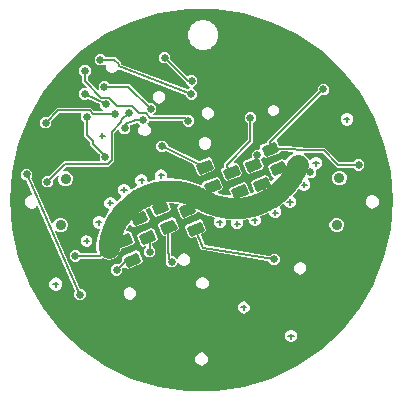
<source format=gtl>
G04 EAGLE Gerber RS-274X export*
G75*
%MOMM*%
%FSLAX34Y34*%
%LPD*%
%INTop Copper*%
%IPPOS*%
%AMOC8*
5,1,8,0,0,1.08239X$1,22.5*%
G01*
G04 Define Apertures*
%ADD10C,0.152400*%
%ADD11C,0.222250*%
%ADD12C,0.654800*%
%ADD13C,1.750000*%
%ADD14C,0.904800*%
G36*
X10684Y-161826D02*
X34556Y-158227D01*
X34667Y-158202D01*
X57736Y-151086D01*
X57842Y-151045D01*
X79592Y-140570D01*
X79691Y-140513D01*
X99638Y-126914D01*
X99727Y-126843D01*
X117424Y-110423D01*
X117501Y-110339D01*
X132553Y-91465D01*
X132617Y-91371D01*
X144688Y-70464D01*
X144737Y-70361D01*
X153557Y-47888D01*
X153591Y-47780D01*
X158963Y-24243D01*
X158980Y-24131D01*
X160784Y-57D01*
X160784Y57D01*
X158980Y24131D01*
X158963Y24243D01*
X153591Y47780D01*
X153557Y47888D01*
X144737Y70361D01*
X144688Y70464D01*
X132617Y91371D01*
X132553Y91465D01*
X117501Y110339D01*
X117424Y110423D01*
X99727Y126843D01*
X99638Y126914D01*
X79691Y140513D01*
X79592Y140570D01*
X57842Y151045D01*
X57736Y151086D01*
X34667Y158202D01*
X34556Y158227D01*
X10684Y161826D01*
X10571Y161834D01*
X-13571Y161834D01*
X-13684Y161826D01*
X-37556Y158227D01*
X-37667Y158202D01*
X-60736Y151086D01*
X-60842Y151045D01*
X-82592Y140570D01*
X-82691Y140513D01*
X-102638Y126914D01*
X-102727Y126843D01*
X-120424Y110423D01*
X-120501Y110339D01*
X-135553Y91465D01*
X-135617Y91371D01*
X-147688Y70464D01*
X-147737Y70361D01*
X-156557Y47888D01*
X-156591Y47780D01*
X-161963Y24243D01*
X-161980Y24131D01*
X-163784Y57D01*
X-163784Y-57D01*
X-161980Y-24131D01*
X-161963Y-24243D01*
X-156591Y-47780D01*
X-156557Y-47888D01*
X-147737Y-70361D01*
X-147688Y-70464D01*
X-135617Y-91371D01*
X-135553Y-91465D01*
X-120501Y-110339D01*
X-120424Y-110423D01*
X-102727Y-126843D01*
X-102638Y-126914D01*
X-82691Y-140513D01*
X-82592Y-140570D01*
X-60842Y-151045D01*
X-60736Y-151086D01*
X-37667Y-158202D01*
X-37556Y-158227D01*
X-13684Y-161826D01*
X-13571Y-161834D01*
X10571Y-161834D01*
X10684Y-161826D01*
G37*
%LPC*%
G36*
X-1329Y127441D02*
X-1499Y127460D01*
X-2494Y127460D01*
X-3762Y127985D01*
X-3884Y128024D01*
X-5581Y128411D01*
X-6350Y129025D01*
X-6534Y129133D01*
X-7103Y129369D01*
X-8339Y130605D01*
X-8403Y130662D01*
X-10056Y131980D01*
X-10318Y132523D01*
X-10465Y132731D01*
X-10631Y132897D01*
X-11443Y134856D01*
X-11460Y134896D01*
X-12540Y137138D01*
X-12540Y142862D01*
X-11460Y145105D01*
X-11443Y145144D01*
X-10631Y147103D01*
X-10465Y147269D01*
X-10318Y147477D01*
X-10056Y148020D01*
X-8403Y149338D01*
X-8339Y149395D01*
X-7103Y150631D01*
X-6534Y150867D01*
X-6350Y150975D01*
X-5581Y151589D01*
X-3884Y151976D01*
X-3762Y152015D01*
X-2494Y152540D01*
X-1499Y152540D01*
X-1329Y152559D01*
X0Y152863D01*
X1329Y152559D01*
X1499Y152540D01*
X2494Y152540D01*
X3762Y152015D01*
X3884Y151976D01*
X5581Y151589D01*
X6350Y150975D01*
X6534Y150867D01*
X7103Y150631D01*
X8339Y149395D01*
X8403Y149338D01*
X10056Y148020D01*
X10318Y147477D01*
X10465Y147269D01*
X10631Y147103D01*
X11443Y145144D01*
X11460Y145105D01*
X12540Y142862D01*
X12540Y137138D01*
X11460Y134896D01*
X11443Y134856D01*
X10631Y132897D01*
X10465Y132731D01*
X10318Y132523D01*
X10056Y131980D01*
X8403Y130662D01*
X8339Y130605D01*
X7103Y129369D01*
X6534Y129133D01*
X6350Y129025D01*
X5581Y128411D01*
X3884Y128024D01*
X3762Y127985D01*
X2494Y127460D01*
X1499Y127460D01*
X1329Y127441D01*
X0Y127138D01*
X-1329Y127441D01*
G37*
G36*
X-11987Y85202D02*
X-14798Y88013D01*
X-14798Y88850D01*
X-14858Y89147D01*
X-15030Y89397D01*
X-15290Y89562D01*
X-71749Y110987D01*
X-72048Y111036D01*
X-72343Y110964D01*
X-72636Y110722D01*
X-74235Y108521D01*
X-77419Y107486D01*
X-80603Y108521D01*
X-82571Y111229D01*
X-82571Y114783D01*
X-82631Y115080D01*
X-82803Y115330D01*
X-83058Y115494D01*
X-83357Y115545D01*
X-83652Y115475D01*
X-83872Y115322D01*
X-84839Y114355D01*
X-88813Y114355D01*
X-91624Y117165D01*
X-91624Y121140D01*
X-88813Y123951D01*
X-84839Y123951D01*
X-82214Y121327D01*
X-81962Y121159D01*
X-81676Y121103D01*
X-74022Y121103D01*
X-69219Y116300D01*
X-69219Y115443D01*
X-69159Y115145D01*
X-68987Y114895D01*
X-68727Y114730D01*
X-13607Y93814D01*
X-13308Y93765D01*
X-13013Y93836D01*
X-12798Y93987D01*
X-11967Y94818D01*
X-11770Y94858D01*
X-11520Y95030D01*
X-11356Y95285D01*
X-11305Y95584D01*
X-11375Y95879D01*
X-11528Y96099D01*
X-14562Y99133D01*
X-14562Y99317D01*
X-14622Y99614D01*
X-14785Y99856D01*
X-30583Y115654D01*
X-30836Y115821D01*
X-31122Y115877D01*
X-34359Y115877D01*
X-37170Y118688D01*
X-37170Y122662D01*
X-34359Y125473D01*
X-30384Y125473D01*
X-27574Y122662D01*
X-27574Y119426D01*
X-27513Y119128D01*
X-27350Y118887D01*
X-13605Y105142D01*
X-13352Y104974D01*
X-13054Y104919D01*
X-12758Y104984D01*
X-12528Y105142D01*
X-11751Y105918D01*
X-7776Y105918D01*
X-4966Y103107D01*
X-4966Y99133D01*
X-7797Y96302D01*
X-7994Y96262D01*
X-8244Y96090D01*
X-8408Y95835D01*
X-8459Y95536D01*
X-8389Y95241D01*
X-8236Y95021D01*
X-5202Y91987D01*
X-5202Y88013D01*
X-8013Y85202D01*
X-11987Y85202D01*
G37*
G36*
X-133785Y10975D02*
X-136596Y13785D01*
X-136596Y17760D01*
X-133785Y20571D01*
X-130549Y20571D01*
X-130251Y20631D01*
X-130010Y20794D01*
X-117795Y33009D01*
X-88203Y33009D01*
X-87905Y33069D01*
X-87655Y33240D01*
X-87492Y33496D01*
X-87441Y33795D01*
X-87511Y34090D01*
X-87650Y34289D01*
X-87650Y38321D01*
X-87582Y38423D01*
X-87526Y38721D01*
X-87591Y39018D01*
X-87749Y39248D01*
X-95300Y46799D01*
X-95300Y48737D01*
X-95361Y49035D01*
X-95524Y49276D01*
X-100666Y54419D01*
X-100666Y65711D01*
X-100726Y66008D01*
X-100889Y66250D01*
X-103178Y68539D01*
X-103178Y72521D01*
X-103025Y72752D01*
X-102969Y73050D01*
X-103034Y73346D01*
X-103209Y73594D01*
X-103468Y73753D01*
X-103731Y73800D01*
X-121472Y73800D01*
X-121770Y73740D01*
X-122011Y73577D01*
X-128101Y67487D01*
X-128269Y67234D01*
X-128325Y66948D01*
X-128325Y63711D01*
X-131135Y60901D01*
X-135110Y60901D01*
X-137921Y63711D01*
X-137921Y67686D01*
X-135110Y70497D01*
X-131873Y70497D01*
X-131576Y70557D01*
X-131334Y70720D01*
X-123682Y78372D01*
X-95130Y78372D01*
X-92475Y75717D01*
X-92222Y75549D01*
X-91936Y75494D01*
X-85244Y75494D01*
X-84947Y75554D01*
X-84697Y75725D01*
X-84533Y75981D01*
X-84482Y76280D01*
X-84552Y76575D01*
X-84705Y76794D01*
X-87140Y79230D01*
X-87140Y80535D01*
X-87201Y80832D01*
X-87372Y81083D01*
X-87569Y81220D01*
X-97005Y85817D01*
X-97299Y85893D01*
X-97599Y85849D01*
X-97878Y85671D01*
X-98359Y85190D01*
X-102334Y85190D01*
X-105144Y88001D01*
X-105144Y91975D01*
X-102334Y94786D01*
X-99136Y94786D01*
X-98839Y94846D01*
X-98588Y95018D01*
X-98425Y95273D01*
X-98374Y95572D01*
X-98444Y95867D01*
X-98597Y96087D01*
X-102361Y99851D01*
X-102361Y105055D01*
X-102421Y105352D01*
X-102584Y105593D01*
X-104873Y107882D01*
X-104873Y111857D01*
X-102063Y114668D01*
X-98088Y114668D01*
X-95277Y111857D01*
X-95277Y107882D01*
X-97566Y105593D01*
X-97733Y105341D01*
X-97789Y105055D01*
X-97789Y102060D01*
X-97729Y101763D01*
X-97566Y101522D01*
X-89722Y93677D01*
X-89469Y93510D01*
X-89171Y93454D01*
X-88874Y93519D01*
X-88627Y93695D01*
X-88468Y93953D01*
X-88421Y94216D01*
X-88421Y98330D01*
X-85610Y101141D01*
X-81635Y101141D01*
X-79347Y98852D01*
X-79094Y98685D01*
X-78808Y98629D01*
X-62289Y98629D01*
X-46138Y82478D01*
X-45885Y82311D01*
X-45599Y82255D01*
X-42362Y82255D01*
X-39551Y79444D01*
X-39551Y75469D01*
X-41775Y73246D01*
X-41943Y72993D01*
X-41998Y72695D01*
X-41933Y72399D01*
X-41758Y72151D01*
X-41500Y71992D01*
X-41236Y71945D01*
X-13994Y71945D01*
X-13954Y71918D01*
X-13668Y71863D01*
X-10431Y71863D01*
X-7620Y69052D01*
X-7620Y65077D01*
X-10431Y62267D01*
X-14406Y62267D01*
X-17216Y65077D01*
X-17216Y66611D01*
X-17277Y66908D01*
X-17448Y67158D01*
X-17703Y67322D01*
X-17978Y67373D01*
X-45384Y67373D01*
X-45681Y67313D01*
X-45932Y67141D01*
X-46095Y66886D01*
X-46146Y66611D01*
X-46146Y66190D01*
X-46873Y65464D01*
X-47040Y65211D01*
X-47096Y64913D01*
X-47031Y64616D01*
X-46855Y64369D01*
X-46569Y64200D01*
X-46376Y64137D01*
X-44417Y61440D01*
X-44417Y58107D01*
X-46376Y55410D01*
X-49546Y54380D01*
X-52717Y55410D01*
X-54676Y58107D01*
X-54676Y61441D01*
X-53509Y63047D01*
X-53383Y63323D01*
X-53374Y63627D01*
X-53485Y63909D01*
X-53586Y64034D01*
X-55220Y65668D01*
X-55473Y65836D01*
X-55759Y65892D01*
X-55795Y65892D01*
X-56058Y65845D01*
X-61157Y63973D01*
X-61415Y63813D01*
X-61590Y63566D01*
X-61656Y63257D01*
X-61656Y59018D01*
X-64467Y56207D01*
X-68441Y56207D01*
X-71257Y59023D01*
X-71312Y59295D01*
X-71484Y59545D01*
X-71739Y59709D01*
X-72038Y59759D01*
X-72333Y59690D01*
X-72553Y59537D01*
X-74759Y57331D01*
X-74926Y57078D01*
X-74982Y56792D01*
X-74982Y46582D01*
X-75006Y46460D01*
X-75006Y33033D01*
X-79602Y28437D01*
X-115585Y28437D01*
X-115883Y28376D01*
X-116124Y28213D01*
X-118809Y25529D01*
X-118976Y25276D01*
X-119032Y24978D01*
X-118967Y24682D01*
X-118791Y24434D01*
X-118533Y24275D01*
X-118234Y24229D01*
X-117979Y24286D01*
X-117647Y24423D01*
X-115241Y24423D01*
X-113018Y23503D01*
X-111317Y21801D01*
X-110396Y19578D01*
X-110396Y17172D01*
X-111317Y14949D01*
X-113018Y13248D01*
X-115241Y12327D01*
X-117647Y12327D01*
X-119870Y13248D01*
X-121571Y14949D01*
X-122492Y17172D01*
X-122492Y19578D01*
X-122354Y19910D01*
X-122296Y20208D01*
X-122359Y20504D01*
X-122533Y20753D01*
X-122789Y20915D01*
X-123089Y20963D01*
X-123383Y20891D01*
X-123597Y20740D01*
X-126777Y17561D01*
X-126944Y17308D01*
X-127000Y17022D01*
X-127000Y13785D01*
X-129811Y10975D01*
X-133785Y10975D01*
G37*
G36*
X-110104Y-51837D02*
X-112914Y-49026D01*
X-112914Y-45052D01*
X-110104Y-42241D01*
X-106129Y-42241D01*
X-103840Y-44530D01*
X-103587Y-44697D01*
X-103301Y-44753D01*
X-90307Y-44753D01*
X-90009Y-44693D01*
X-89759Y-44521D01*
X-89596Y-44266D01*
X-89545Y-43967D01*
X-89582Y-43755D01*
X-90401Y-41241D01*
X-90243Y-39204D01*
X-89687Y-32050D01*
X-87493Y-25114D01*
X-87461Y-24813D01*
X-87549Y-24523D01*
X-87743Y-24290D01*
X-87984Y-24160D01*
X-91381Y-23056D01*
X-93337Y-20363D01*
X-93337Y-17034D01*
X-91381Y-14341D01*
X-88215Y-13312D01*
X-85049Y-14341D01*
X-84586Y-14978D01*
X-84363Y-15183D01*
X-84077Y-15284D01*
X-83774Y-15266D01*
X-83502Y-15132D01*
X-83314Y-14919D01*
X-79493Y-8473D01*
X-79393Y-8187D01*
X-79413Y-7884D01*
X-79550Y-7613D01*
X-79913Y-7360D01*
X-81539Y-6831D01*
X-83496Y-4138D01*
X-83496Y-809D01*
X-81539Y1884D01*
X-78374Y2913D01*
X-75208Y1884D01*
X-73698Y-193D01*
X-73475Y-398D01*
X-73189Y-500D01*
X-72886Y-482D01*
X-72532Y-273D01*
X-69323Y3076D01*
X-69161Y3333D01*
X-69112Y3632D01*
X-69184Y3927D01*
X-69364Y4170D01*
X-69638Y4328D01*
X-70028Y4455D01*
X-71984Y7148D01*
X-71984Y10477D01*
X-70028Y13170D01*
X-66862Y14199D01*
X-63696Y13170D01*
X-61739Y10477D01*
X-61739Y9906D01*
X-61679Y9608D01*
X-61507Y9358D01*
X-61252Y9195D01*
X-60953Y9144D01*
X-60561Y9267D01*
X-56028Y12224D01*
X-55843Y12338D01*
X-55667Y12585D01*
X-55601Y12881D01*
X-55655Y13179D01*
X-55746Y13343D01*
X-57313Y15500D01*
X-57313Y18828D01*
X-55356Y21522D01*
X-52190Y22550D01*
X-49024Y21522D01*
X-47067Y18828D01*
X-47067Y16558D01*
X-47007Y16261D01*
X-46836Y16011D01*
X-46580Y15847D01*
X-46281Y15796D01*
X-46045Y15842D01*
X-42606Y17094D01*
X-40918Y17298D01*
X-40630Y17394D01*
X-40402Y17594D01*
X-40271Y17868D01*
X-40256Y18171D01*
X-40393Y18503D01*
X-40835Y19111D01*
X-40835Y22440D01*
X-38868Y25148D01*
X-35568Y26220D01*
X-32402Y25192D01*
X-30445Y22498D01*
X-30445Y19426D01*
X-30385Y19129D01*
X-30213Y18879D01*
X-29958Y18715D01*
X-29591Y18669D01*
X-28359Y18819D01*
X-14092Y17267D01*
X-1678Y12916D01*
X-1377Y12874D01*
X-1085Y12954D01*
X-846Y13141D01*
X-719Y13349D01*
X-16Y15091D01*
X11639Y20038D01*
X13663Y19220D01*
X17121Y11073D01*
X16303Y9049D01*
X12875Y7594D01*
X12625Y7422D01*
X12462Y7167D01*
X12411Y6868D01*
X12481Y6573D01*
X12661Y6328D01*
X12916Y6175D01*
X17057Y4694D01*
X17266Y4651D01*
X22594Y4316D01*
X22895Y4358D01*
X23155Y4513D01*
X23334Y4758D01*
X23404Y5053D01*
X23343Y5375D01*
X21992Y8557D01*
X22810Y10581D01*
X34464Y15528D01*
X36489Y14710D01*
X39926Y6612D01*
X40098Y6362D01*
X40353Y6199D01*
X40793Y6166D01*
X42811Y6613D01*
X43088Y6737D01*
X43295Y6958D01*
X43399Y7243D01*
X43347Y7655D01*
X40413Y14568D01*
X41231Y16592D01*
X52885Y21539D01*
X54909Y20721D01*
X56712Y16473D01*
X56884Y16223D01*
X57140Y16060D01*
X57439Y16009D01*
X57734Y16079D01*
X57950Y16229D01*
X59877Y18137D01*
X60046Y18389D01*
X60103Y18687D01*
X60040Y18983D01*
X59866Y19231D01*
X59627Y19385D01*
X58237Y19946D01*
X54779Y28093D01*
X55597Y30117D01*
X67251Y35064D01*
X69298Y34237D01*
X69420Y34060D01*
X69675Y33897D01*
X69974Y33846D01*
X70270Y33916D01*
X70514Y34096D01*
X70660Y34333D01*
X71156Y35613D01*
X73977Y38571D01*
X75916Y39428D01*
X76163Y39603D01*
X76322Y39861D01*
X76369Y40161D01*
X76294Y40455D01*
X76111Y40696D01*
X75848Y40847D01*
X75658Y40885D01*
X68769Y41345D01*
X68718Y41347D01*
X65848Y41347D01*
X65551Y41287D01*
X65301Y41115D01*
X65142Y40870D01*
X64968Y40442D01*
X53314Y35495D01*
X51394Y36271D01*
X51096Y36326D01*
X50800Y36261D01*
X50570Y36103D01*
X49396Y34929D01*
X49229Y34676D01*
X49173Y34378D01*
X49233Y34092D01*
X51420Y28941D01*
X50602Y26917D01*
X38948Y21970D01*
X36924Y22787D01*
X33466Y30934D01*
X34284Y32959D01*
X40578Y35630D01*
X40828Y35802D01*
X40991Y36058D01*
X41042Y36332D01*
X41042Y40146D01*
X43853Y42956D01*
X47319Y42956D01*
X47616Y43017D01*
X47866Y43188D01*
X48030Y43444D01*
X48081Y43743D01*
X48020Y44016D01*
X47832Y44460D01*
X48650Y46484D01*
X54059Y48780D01*
X54309Y48952D01*
X54472Y49207D01*
X54523Y49481D01*
X54523Y49893D01*
X96830Y92199D01*
X96997Y92452D01*
X97053Y92738D01*
X97053Y95975D01*
X99863Y98786D01*
X103838Y98786D01*
X106649Y95975D01*
X106649Y92000D01*
X103838Y89190D01*
X100601Y89190D01*
X100304Y89129D01*
X100062Y88966D01*
X62507Y51411D01*
X62340Y51158D01*
X62284Y50860D01*
X62344Y50574D01*
X64124Y46383D01*
X64295Y46133D01*
X64551Y45970D01*
X64825Y45919D01*
X67675Y45919D01*
X67973Y45979D01*
X67975Y45981D01*
X68871Y45921D01*
X68922Y45919D01*
X69838Y45919D01*
X69880Y45891D01*
X70115Y45837D01*
X90051Y44505D01*
X90102Y44503D01*
X103087Y44503D01*
X115081Y32509D01*
X115334Y32342D01*
X115620Y32286D01*
X126983Y32286D01*
X127280Y32346D01*
X127522Y32509D01*
X129811Y34798D01*
X133785Y34798D01*
X136596Y31987D01*
X136596Y28013D01*
X133785Y25202D01*
X129811Y25202D01*
X127522Y27491D01*
X127269Y27658D01*
X126983Y27714D01*
X113410Y27714D01*
X101416Y39708D01*
X101163Y39876D01*
X100877Y39931D01*
X91145Y39931D01*
X90848Y39871D01*
X90846Y39870D01*
X89949Y39930D01*
X89898Y39931D01*
X88982Y39931D01*
X88940Y39959D01*
X88705Y40013D01*
X86162Y40183D01*
X85862Y40142D01*
X85601Y39988D01*
X85420Y39744D01*
X85350Y39449D01*
X85400Y39150D01*
X85585Y38871D01*
X88571Y36023D01*
X89491Y33941D01*
X89666Y33694D01*
X89924Y33534D01*
X90224Y33488D01*
X90518Y33562D01*
X90804Y33801D01*
X92402Y36000D01*
X95639Y37052D01*
X98876Y36000D01*
X100877Y33246D01*
X100877Y29842D01*
X98876Y27089D01*
X96155Y26204D01*
X95891Y26055D01*
X95706Y25815D01*
X95628Y25479D01*
X95628Y21693D01*
X92818Y18882D01*
X89374Y18882D01*
X89077Y18822D01*
X88827Y18650D01*
X88663Y18395D01*
X88613Y18096D01*
X88758Y17672D01*
X90719Y14973D01*
X90719Y11644D01*
X88763Y8951D01*
X85597Y7922D01*
X82431Y8951D01*
X81805Y9812D01*
X81582Y10017D01*
X81296Y10118D01*
X80993Y10100D01*
X80721Y9966D01*
X80551Y9781D01*
X79184Y7694D01*
X76024Y4567D01*
X75855Y4315D01*
X75798Y4017D01*
X75862Y3721D01*
X76036Y3472D01*
X76325Y3301D01*
X76574Y3220D01*
X78530Y527D01*
X78530Y-2802D01*
X76574Y-5495D01*
X73408Y-6524D01*
X70242Y-5495D01*
X68721Y-3402D01*
X68497Y-3197D01*
X68211Y-3095D01*
X67909Y-3113D01*
X67693Y-3208D01*
X65050Y-4900D01*
X64832Y-5111D01*
X64714Y-5391D01*
X64714Y-5694D01*
X64844Y-5990D01*
X66341Y-8051D01*
X66341Y-11380D01*
X64385Y-14073D01*
X62503Y-14684D01*
X62199Y-14870D01*
X62123Y-14947D01*
X61816Y-14947D01*
X61580Y-14984D01*
X61219Y-15101D01*
X60857Y-14984D01*
X60622Y-14947D01*
X60229Y-14947D01*
X60111Y-14829D01*
X59808Y-14643D01*
X58053Y-14073D01*
X56066Y-11337D01*
X56036Y-11191D01*
X55864Y-10941D01*
X55609Y-10778D01*
X55310Y-10727D01*
X55067Y-10775D01*
X48766Y-13138D01*
X48509Y-13299D01*
X48335Y-13547D01*
X48271Y-13844D01*
X48329Y-14142D01*
X48417Y-14299D01*
X48961Y-15048D01*
X48961Y-18377D01*
X47004Y-21070D01*
X43838Y-22099D01*
X40672Y-21070D01*
X38716Y-18377D01*
X38716Y-16677D01*
X38655Y-16380D01*
X38484Y-16130D01*
X38228Y-15966D01*
X37841Y-15923D01*
X34487Y-16423D01*
X34202Y-16527D01*
X33980Y-16733D01*
X33856Y-17010D01*
X33838Y-17177D01*
X33838Y-20634D01*
X31881Y-23327D01*
X30151Y-23890D01*
X29848Y-24075D01*
X29749Y-24174D01*
X29397Y-24174D01*
X29161Y-24211D01*
X28715Y-24356D01*
X28269Y-24211D01*
X28033Y-24174D01*
X27855Y-24174D01*
X27841Y-24159D01*
X27538Y-23973D01*
X25549Y-23327D01*
X23593Y-20634D01*
X23593Y-17506D01*
X23532Y-17209D01*
X23361Y-16959D01*
X23105Y-16796D01*
X22878Y-16746D01*
X20201Y-16578D01*
X19901Y-16619D01*
X19641Y-16775D01*
X19461Y-17020D01*
X19392Y-17338D01*
X19392Y-19731D01*
X17435Y-22424D01*
X15446Y-23071D01*
X15219Y-23210D01*
X15138Y-23210D01*
X14903Y-23247D01*
X14269Y-23453D01*
X13635Y-23247D01*
X13400Y-23210D01*
X13282Y-23210D01*
X13013Y-23045D01*
X11103Y-22424D01*
X9146Y-19731D01*
X9146Y-16402D01*
X9621Y-15749D01*
X9747Y-15473D01*
X9756Y-15170D01*
X9645Y-14887D01*
X9433Y-14670D01*
X9211Y-14567D01*
X1536Y-12415D01*
X-3251Y-9898D01*
X-3474Y-9822D01*
X-3784Y-9768D01*
X-3870Y-9714D01*
X-4153Y-9605D01*
X-4456Y-9616D01*
X-4731Y-9744D01*
X-4985Y-10071D01*
X-5273Y-10784D01*
X-16927Y-15731D01*
X-18951Y-14913D01*
X-22409Y-6766D01*
X-21592Y-4742D01*
X-21135Y-4549D01*
X-20885Y-4377D01*
X-20722Y-4121D01*
X-20671Y-3822D01*
X-20741Y-3527D01*
X-20921Y-3283D01*
X-21182Y-3128D01*
X-21338Y-3091D01*
X-28119Y-2241D01*
X-28421Y-2264D01*
X-28691Y-2403D01*
X-28885Y-2637D01*
X-28973Y-2927D01*
X-28915Y-3295D01*
X-27355Y-6970D01*
X-28173Y-8994D01*
X-39827Y-13941D01*
X-41851Y-13123D01*
X-44510Y-6860D01*
X-44682Y-6610D01*
X-44937Y-6447D01*
X-45236Y-6397D01*
X-45552Y-6477D01*
X-48049Y-7725D01*
X-48288Y-7912D01*
X-48435Y-8177D01*
X-48467Y-8479D01*
X-48410Y-8705D01*
X-45292Y-16050D01*
X-46110Y-18074D01*
X-57764Y-23021D01*
X-59788Y-22203D01*
X-60664Y-20140D01*
X-60835Y-19890D01*
X-61091Y-19727D01*
X-61390Y-19676D01*
X-61685Y-19746D01*
X-61929Y-19926D01*
X-62027Y-20060D01*
X-64958Y-25193D01*
X-65053Y-25481D01*
X-65028Y-25784D01*
X-64887Y-26052D01*
X-64653Y-26245D01*
X-64362Y-26330D01*
X-63998Y-26273D01*
X-63377Y-26009D01*
X-61352Y-26826D01*
X-57894Y-34973D01*
X-58712Y-36998D01*
X-69402Y-41535D01*
X-69652Y-41707D01*
X-69816Y-41963D01*
X-69864Y-42178D01*
X-69915Y-42834D01*
X-71767Y-46477D01*
X-74873Y-49135D01*
X-78759Y-50401D01*
X-82834Y-50085D01*
X-85005Y-48981D01*
X-85297Y-48900D01*
X-85598Y-48940D01*
X-85889Y-49122D01*
X-86092Y-49325D01*
X-103301Y-49325D01*
X-103599Y-49385D01*
X-103840Y-49548D01*
X-106129Y-51837D01*
X-110104Y-51837D01*
G37*
G36*
X-40436Y82913D02*
X-42404Y85621D01*
X-42404Y88969D01*
X-40436Y91678D01*
X-37252Y92712D01*
X-34068Y91678D01*
X-32100Y88969D01*
X-32100Y85621D01*
X-34068Y82913D01*
X-37252Y81878D01*
X-40436Y82913D01*
G37*
G36*
X56876Y72200D02*
X55176Y74539D01*
X55176Y77430D01*
X56876Y79770D01*
X59626Y80663D01*
X62376Y79770D01*
X64076Y77430D01*
X64076Y74539D01*
X62376Y72200D01*
X59626Y71306D01*
X56876Y72200D01*
G37*
G36*
X779Y69405D02*
X-1180Y72102D01*
X-1180Y75435D01*
X779Y78132D01*
X3949Y79162D01*
X7120Y78132D01*
X9079Y75435D01*
X9079Y72102D01*
X7120Y69405D01*
X3949Y68375D01*
X779Y69405D01*
G37*
G36*
X18503Y16777D02*
X15045Y24924D01*
X15863Y26948D01*
X17250Y27536D01*
X17500Y27708D01*
X17663Y27964D01*
X17714Y28238D01*
X17714Y30947D01*
X37491Y50724D01*
X37658Y50977D01*
X37714Y51263D01*
X37714Y65185D01*
X37654Y65482D01*
X37491Y65724D01*
X35202Y68013D01*
X35202Y71987D01*
X38013Y74798D01*
X41987Y74798D01*
X44798Y71987D01*
X44798Y68013D01*
X42509Y65724D01*
X42342Y65471D01*
X42286Y65185D01*
X42286Y49053D01*
X26137Y32904D01*
X25970Y32651D01*
X25914Y32353D01*
X25979Y32057D01*
X26155Y31810D01*
X26413Y31650D01*
X26712Y31604D01*
X26974Y31664D01*
X27517Y31895D01*
X29541Y31077D01*
X33000Y22930D01*
X32182Y20906D01*
X20528Y15959D01*
X18503Y16777D01*
G37*
G36*
X118681Y64170D02*
X116680Y66923D01*
X116680Y70327D01*
X118681Y73081D01*
X121918Y74133D01*
X125155Y73081D01*
X127156Y70327D01*
X127156Y66923D01*
X125155Y64170D01*
X121918Y63118D01*
X118681Y64170D01*
G37*
G36*
X-1323Y43827D02*
X-3282Y46524D01*
X-3282Y49857D01*
X-1323Y52554D01*
X1848Y53584D01*
X5018Y52554D01*
X6978Y49857D01*
X6978Y46524D01*
X5018Y43827D01*
X1848Y42797D01*
X-1323Y43827D01*
G37*
G36*
X-4322Y21287D02*
X-7785Y29443D01*
X-7736Y29706D01*
X-7801Y30002D01*
X-7977Y30249D01*
X-8169Y30381D01*
X-31249Y41415D01*
X-31543Y41488D01*
X-31843Y41441D01*
X-32116Y41266D01*
X-32624Y40758D01*
X-36599Y40758D01*
X-39410Y43569D01*
X-39410Y47543D01*
X-36599Y50354D01*
X-32624Y50354D01*
X-29814Y47543D01*
X-29814Y46276D01*
X-29753Y45979D01*
X-29582Y45729D01*
X-29380Y45589D01*
X-3491Y33212D01*
X-3197Y33138D01*
X-2864Y33198D01*
X4691Y36405D01*
X6715Y35587D01*
X10174Y27440D01*
X9356Y25416D01*
X-2298Y20469D01*
X-4322Y21287D01*
G37*
G36*
X-106244Y-84759D02*
X-109055Y-81949D01*
X-109055Y-77974D01*
X-108438Y-77357D01*
X-108270Y-77104D01*
X-108215Y-76806D01*
X-108279Y-76510D01*
X-139693Y-5356D01*
X-139868Y-5109D01*
X-140126Y-4949D01*
X-140426Y-4903D01*
X-140720Y-4977D01*
X-141006Y-5216D01*
X-141681Y-6145D01*
X-145102Y-7257D01*
X-148523Y-6145D01*
X-150637Y-3235D01*
X-150637Y361D01*
X-148523Y3271D01*
X-144934Y4437D01*
X-144670Y4587D01*
X-144485Y4827D01*
X-144409Y5120D01*
X-144472Y5470D01*
X-149492Y16840D01*
X-149667Y17087D01*
X-149925Y17247D01*
X-150189Y17294D01*
X-151299Y17294D01*
X-154110Y20105D01*
X-154110Y24080D01*
X-151299Y26890D01*
X-147325Y26890D01*
X-144514Y24080D01*
X-144514Y20105D01*
X-145131Y19487D01*
X-145299Y19235D01*
X-145354Y18937D01*
X-145290Y18641D01*
X-128149Y-20184D01*
X-127974Y-20431D01*
X-127716Y-20591D01*
X-127416Y-20637D01*
X-127122Y-20563D01*
X-126880Y-20380D01*
X-126729Y-20117D01*
X-126690Y-19876D01*
X-126690Y-19650D01*
X-125769Y-17427D01*
X-124068Y-15726D01*
X-121845Y-14805D01*
X-119439Y-14805D01*
X-117216Y-15726D01*
X-115515Y-17427D01*
X-114594Y-19650D01*
X-114594Y-22056D01*
X-115515Y-24279D01*
X-117216Y-25980D01*
X-119439Y-26901D01*
X-121845Y-26901D01*
X-124174Y-25936D01*
X-124472Y-25878D01*
X-124768Y-25941D01*
X-125017Y-26114D01*
X-125179Y-26371D01*
X-125227Y-26671D01*
X-125163Y-26948D01*
X-104077Y-74709D01*
X-103902Y-74957D01*
X-103644Y-75116D01*
X-103380Y-75163D01*
X-102269Y-75163D01*
X-99459Y-77974D01*
X-99459Y-81949D01*
X-102269Y-84759D01*
X-106244Y-84759D01*
G37*
G36*
X114327Y12949D02*
X112104Y13870D01*
X110403Y15572D01*
X109482Y17794D01*
X109482Y20200D01*
X110403Y22423D01*
X112104Y24125D01*
X114327Y25045D01*
X116733Y25045D01*
X118956Y24125D01*
X120657Y22423D01*
X121578Y20200D01*
X121578Y17794D01*
X120657Y15572D01*
X118956Y13870D01*
X116733Y12949D01*
X114327Y12949D01*
G37*
G36*
X140006Y-5907D02*
X137929Y-3047D01*
X137929Y488D01*
X140006Y3348D01*
X143368Y4440D01*
X146730Y3348D01*
X148808Y488D01*
X148808Y-3047D01*
X146730Y-5907D01*
X143368Y-6999D01*
X140006Y-5907D01*
G37*
G36*
X-28686Y-56727D02*
X-31497Y-53916D01*
X-31497Y-46483D01*
X-31557Y-46185D01*
X-31671Y-46016D01*
X-31671Y-30946D01*
X-31732Y-30648D01*
X-31903Y-30398D01*
X-32159Y-30235D01*
X-32458Y-30184D01*
X-32731Y-30244D01*
X-32880Y-30308D01*
X-34904Y-29490D01*
X-38362Y-21343D01*
X-37545Y-19319D01*
X-25891Y-14372D01*
X-23866Y-15189D01*
X-20408Y-23336D01*
X-21226Y-25361D01*
X-26635Y-27657D01*
X-26885Y-27828D01*
X-27048Y-28084D01*
X-27099Y-28358D01*
X-27099Y-43783D01*
X-27039Y-44080D01*
X-26925Y-44250D01*
X-26925Y-46369D01*
X-26864Y-46666D01*
X-26693Y-46916D01*
X-26437Y-47080D01*
X-26163Y-47131D01*
X-24711Y-47131D01*
X-22343Y-49499D01*
X-22090Y-49667D01*
X-21792Y-49722D01*
X-21496Y-49657D01*
X-21248Y-49482D01*
X-21089Y-49224D01*
X-21042Y-48960D01*
X-21042Y-48627D01*
X-19083Y-45930D01*
X-15912Y-44900D01*
X-12742Y-45930D01*
X-10783Y-48627D01*
X-10783Y-51960D01*
X-12742Y-54657D01*
X-15912Y-55687D01*
X-19083Y-54657D01*
X-20522Y-52676D01*
X-20746Y-52471D01*
X-21032Y-52369D01*
X-21334Y-52387D01*
X-21606Y-52522D01*
X-21804Y-52752D01*
X-21901Y-53124D01*
X-21901Y-53916D01*
X-24711Y-56727D01*
X-28686Y-56727D01*
G37*
G36*
X111866Y-26849D02*
X109643Y-25928D01*
X107941Y-24226D01*
X107021Y-22004D01*
X107021Y-19597D01*
X107941Y-17375D01*
X109643Y-15673D01*
X111866Y-14753D01*
X114272Y-14753D01*
X116495Y-15673D01*
X118196Y-17375D01*
X119117Y-19597D01*
X119117Y-22004D01*
X118196Y-24226D01*
X116495Y-25928D01*
X114272Y-26849D01*
X111866Y-26849D01*
G37*
G36*
X58013Y-54798D02*
X55157Y-51943D01*
X55142Y-51866D01*
X54970Y-51616D01*
X54715Y-51453D01*
X54565Y-51412D01*
X477Y-42397D01*
X64Y-42443D01*
X-12Y-42474D01*
X-557Y-42245D01*
X-727Y-42196D01*
X-1310Y-42099D01*
X-1357Y-42033D01*
X-1683Y-41773D01*
X-1758Y-41741D01*
X-1982Y-41194D01*
X-2067Y-41039D01*
X-2411Y-40558D01*
X-2397Y-40477D01*
X-2443Y-40064D01*
X-6039Y-31264D01*
X-6208Y-31012D01*
X-6461Y-30845D01*
X-6759Y-30791D01*
X-7042Y-30851D01*
X-9980Y-32098D01*
X-12004Y-31280D01*
X-15462Y-23133D01*
X-14644Y-21109D01*
X-2990Y-16162D01*
X-966Y-16980D01*
X2492Y-25127D01*
X1674Y-27151D01*
X-1430Y-28469D01*
X-1680Y-28641D01*
X-1844Y-28896D01*
X-1894Y-29195D01*
X-1838Y-29459D01*
X1473Y-37561D01*
X1641Y-37814D01*
X1895Y-37980D01*
X2053Y-38025D01*
X55784Y-46980D01*
X56087Y-46969D01*
X56448Y-46767D01*
X58013Y-45202D01*
X61987Y-45202D01*
X64798Y-48013D01*
X64798Y-51987D01*
X61987Y-54798D01*
X58013Y-54798D01*
G37*
G36*
X-47062Y-48380D02*
X-49873Y-45569D01*
X-49873Y-41595D01*
X-48113Y-39835D01*
X-47946Y-39582D01*
X-47890Y-39284D01*
X-47955Y-38988D01*
X-48131Y-38741D01*
X-48389Y-38581D01*
X-48689Y-38535D01*
X-48950Y-38595D01*
X-50817Y-39387D01*
X-52841Y-38570D01*
X-56299Y-30423D01*
X-55481Y-28399D01*
X-43827Y-23452D01*
X-41803Y-24269D01*
X-38345Y-32416D01*
X-39163Y-34441D01*
X-42324Y-35783D01*
X-42574Y-35954D01*
X-42738Y-36210D01*
X-42789Y-36484D01*
X-42789Y-38767D01*
X-42728Y-39064D01*
X-42565Y-39306D01*
X-40277Y-41595D01*
X-40277Y-45569D01*
X-43087Y-48380D01*
X-47062Y-48380D01*
G37*
G36*
X-101524Y-38448D02*
X-103301Y-36003D01*
X-103301Y-32980D01*
X-101524Y-30535D01*
X-98649Y-29601D01*
X-97713Y-29905D01*
X-97514Y-29937D01*
X-97399Y-30007D01*
X-95775Y-30535D01*
X-93998Y-32980D01*
X-93998Y-36003D01*
X-95775Y-38448D01*
X-98649Y-39382D01*
X-101524Y-38448D01*
G37*
G36*
X-75128Y-63816D02*
X-77939Y-61005D01*
X-77939Y-57030D01*
X-75128Y-54220D01*
X-71891Y-54220D01*
X-71594Y-54159D01*
X-71352Y-53997D01*
X-68609Y-51254D01*
X-68442Y-51001D01*
X-68386Y-50703D01*
X-68447Y-50417D01*
X-68901Y-49346D01*
X-68083Y-47322D01*
X-56429Y-42375D01*
X-54405Y-43193D01*
X-50947Y-51340D01*
X-51765Y-53364D01*
X-63419Y-58311D01*
X-65443Y-57493D01*
X-65878Y-56469D01*
X-66049Y-56219D01*
X-66305Y-56056D01*
X-66604Y-56005D01*
X-66899Y-56075D01*
X-67118Y-56228D01*
X-68120Y-57230D01*
X-68287Y-57482D01*
X-68343Y-57768D01*
X-68343Y-61005D01*
X-71153Y-63816D01*
X-75128Y-63816D01*
G37*
G36*
X79271Y-61925D02*
X77314Y-59232D01*
X77314Y-55903D01*
X79271Y-53210D01*
X82437Y-52182D01*
X85602Y-53210D01*
X87559Y-55903D01*
X87559Y-59232D01*
X85602Y-61925D01*
X82437Y-62954D01*
X79271Y-61925D01*
G37*
G36*
X-3580Y-74450D02*
X-5539Y-71754D01*
X-5539Y-68420D01*
X-3580Y-65723D01*
X-409Y-64693D01*
X2761Y-65723D01*
X4720Y-68420D01*
X4720Y-71754D01*
X2761Y-74450D01*
X-409Y-75481D01*
X-3580Y-74450D01*
G37*
G36*
X-127934Y-75581D02*
X-130005Y-72730D01*
X-130005Y-69206D01*
X-127934Y-66355D01*
X-124582Y-65266D01*
X-121231Y-66355D01*
X-119160Y-69206D01*
X-119160Y-72730D01*
X-121231Y-75581D01*
X-124582Y-76670D01*
X-127934Y-75581D01*
G37*
G36*
X-65357Y-83182D02*
X-67316Y-80485D01*
X-67316Y-77152D01*
X-65357Y-74455D01*
X-62187Y-73425D01*
X-59016Y-74455D01*
X-57057Y-77152D01*
X-57057Y-80485D01*
X-59016Y-83182D01*
X-62187Y-84212D01*
X-65357Y-83182D01*
G37*
G36*
X31485Y-94990D02*
X29600Y-92396D01*
X29600Y-89191D01*
X31485Y-86597D01*
X34534Y-85606D01*
X37583Y-86597D01*
X39467Y-89191D01*
X39467Y-92396D01*
X37583Y-94990D01*
X34534Y-95981D01*
X31485Y-94990D01*
G37*
G36*
X71206Y-119207D02*
X69276Y-116551D01*
X69276Y-113267D01*
X71206Y-110611D01*
X74328Y-109596D01*
X77451Y-110611D01*
X79381Y-113267D01*
X79381Y-116551D01*
X77451Y-119207D01*
X74328Y-120222D01*
X71206Y-119207D01*
G37*
G36*
X-4590Y-138975D02*
X-6636Y-136159D01*
X-6636Y-132678D01*
X-4590Y-129862D01*
X-1279Y-128787D01*
X2031Y-129862D01*
X4077Y-132678D01*
X4077Y-136159D01*
X2031Y-138975D01*
X-1279Y-140050D01*
X-4590Y-138975D01*
G37*
%LPD*%
D10*
X72345Y-114997D02*
X76662Y-114997D01*
X74503Y-117155D02*
X74503Y-112838D01*
X36694Y-90733D02*
X32377Y-90733D01*
X34535Y-92892D02*
X34535Y-88574D01*
X-122386Y-71122D02*
X-126703Y-71122D01*
X-124544Y-73281D02*
X-124544Y-68963D01*
X-100687Y-34387D02*
X-96369Y-34387D01*
X-98528Y-32229D02*
X-98528Y-36546D01*
X-87300Y54640D02*
X-82982Y54640D01*
X-85141Y52481D02*
X-85141Y56799D01*
X93447Y31504D02*
X97764Y31504D01*
X95606Y33662D02*
X95606Y29345D01*
X16401Y-18765D02*
X12084Y-18765D01*
X14242Y-16607D02*
X14242Y-20924D01*
X26644Y-19729D02*
X30961Y-19729D01*
X28802Y-21888D02*
X28802Y-17570D01*
X41548Y-16987D02*
X45865Y-16987D01*
X43706Y-19145D02*
X43706Y-14828D01*
X59017Y-10502D02*
X63334Y-10502D01*
X61176Y-12661D02*
X61176Y-8343D01*
X71458Y-1407D02*
X75775Y-1407D01*
X73616Y-3566D02*
X73616Y752D01*
X83722Y13187D02*
X88040Y13187D01*
X85881Y11029D02*
X85881Y15346D01*
X-86028Y-18628D02*
X-90345Y-18628D01*
X-88187Y-16470D02*
X-88187Y-20787D01*
X-80744Y-2079D02*
X-76426Y-2079D01*
X-78585Y-4237D02*
X-78585Y80D01*
X-69066Y8946D02*
X-64749Y8946D01*
X-66908Y6788D02*
X-66908Y11105D01*
X-54215Y16964D02*
X-49898Y16964D01*
X-52057Y14806D02*
X-52057Y19123D01*
X-37690Y21046D02*
X-33372Y21046D01*
X-35531Y18887D02*
X-35531Y23205D01*
X119529Y68638D02*
X123846Y68638D01*
X121687Y66479D02*
X121687Y70797D01*
D11*
X-72996Y-32956D02*
X-70390Y-39093D01*
X-72996Y-32956D02*
X-63352Y-28861D01*
X-60746Y-34998D01*
X-70390Y-39093D01*
X-71287Y-36981D02*
X-65416Y-36981D01*
X-60801Y-34869D02*
X-72184Y-34869D01*
X-72527Y-32757D02*
X-61698Y-32757D01*
X-62594Y-30645D02*
X-67553Y-30645D01*
X-66049Y-49322D02*
X-63443Y-55459D01*
X-66049Y-49322D02*
X-56405Y-45227D01*
X-53799Y-51364D01*
X-63443Y-55459D01*
X-64340Y-53347D02*
X-58469Y-53347D01*
X-53854Y-51235D02*
X-65237Y-51235D01*
X-65580Y-49123D02*
X-54751Y-49123D01*
X-55647Y-47011D02*
X-60606Y-47011D01*
X14269Y11049D02*
X11663Y17186D01*
X14269Y11049D02*
X4625Y6954D01*
X2019Y13091D01*
X11663Y17186D01*
X9599Y9066D02*
X3728Y9066D01*
X2831Y11178D02*
X14214Y11178D01*
X13317Y13290D02*
X2488Y13290D01*
X7462Y15402D02*
X12421Y15402D01*
X7322Y27416D02*
X4716Y33553D01*
X7322Y27416D02*
X-2322Y23321D01*
X-4928Y29458D01*
X4716Y33553D01*
X2652Y25433D02*
X-3219Y25433D01*
X-4116Y27545D02*
X7267Y27545D01*
X6370Y29657D02*
X-4459Y29657D01*
X515Y31769D02*
X5474Y31769D01*
X-42458Y-4952D02*
X-39852Y-11089D01*
X-42458Y-4952D02*
X-32814Y-857D01*
X-30208Y-6994D01*
X-39852Y-11089D01*
X-40749Y-8977D02*
X-34878Y-8977D01*
X-30263Y-6865D02*
X-41646Y-6865D01*
X-41989Y-4753D02*
X-31160Y-4753D01*
X-32056Y-2641D02*
X-37015Y-2641D01*
X-35510Y-21319D02*
X-32904Y-27456D01*
X-35510Y-21319D02*
X-25866Y-17224D01*
X-23260Y-23361D01*
X-32904Y-27456D01*
X-33801Y-25344D02*
X-27930Y-25344D01*
X-23315Y-23232D02*
X-34698Y-23232D01*
X-35041Y-21120D02*
X-24212Y-21120D01*
X-25108Y-19008D02*
X-30067Y-19008D01*
X52909Y18687D02*
X55515Y12550D01*
X45871Y8455D01*
X43265Y14592D01*
X52909Y18687D01*
X50845Y10567D02*
X44974Y10567D01*
X44077Y12679D02*
X55460Y12679D01*
X54563Y14791D02*
X43734Y14791D01*
X48708Y16903D02*
X53667Y16903D01*
X48568Y28917D02*
X45962Y35054D01*
X48568Y28917D02*
X38924Y24822D01*
X36318Y30959D01*
X45962Y35054D01*
X43898Y26934D02*
X38027Y26934D01*
X37130Y29046D02*
X48513Y29046D01*
X47616Y31158D02*
X36787Y31158D01*
X41761Y33270D02*
X46720Y33270D01*
X-19557Y-6742D02*
X-16951Y-12879D01*
X-19557Y-6742D02*
X-9913Y-2647D01*
X-7307Y-8784D01*
X-16951Y-12879D01*
X-17848Y-10767D02*
X-11977Y-10767D01*
X-7362Y-8655D02*
X-18745Y-8655D01*
X-19088Y-6543D02*
X-8259Y-6543D01*
X-9155Y-4431D02*
X-14114Y-4431D01*
X-12610Y-23109D02*
X-10004Y-29246D01*
X-12610Y-23109D02*
X-2966Y-19014D01*
X-360Y-25151D01*
X-10004Y-29246D01*
X-10901Y-27134D02*
X-5030Y-27134D01*
X-415Y-25022D02*
X-11798Y-25022D01*
X-12141Y-22910D02*
X-1312Y-22910D01*
X-2208Y-20798D02*
X-7167Y-20798D01*
X69881Y26075D02*
X67275Y32212D01*
X69881Y26075D02*
X60237Y21980D01*
X57631Y28117D01*
X67275Y32212D01*
X65211Y24092D02*
X59340Y24092D01*
X58443Y26204D02*
X69826Y26204D01*
X68929Y28316D02*
X58100Y28316D01*
X63074Y30428D02*
X68033Y30428D01*
X62934Y42442D02*
X60328Y48579D01*
X62934Y42442D02*
X53290Y38347D01*
X50684Y44484D01*
X60328Y48579D01*
X58264Y40459D02*
X52393Y40459D01*
X51496Y42571D02*
X62879Y42571D01*
X61982Y44683D02*
X51153Y44683D01*
X56127Y46795D02*
X61086Y46795D01*
X-60394Y-14032D02*
X-57788Y-20169D01*
X-60394Y-14032D02*
X-50750Y-9937D01*
X-48144Y-16074D01*
X-57788Y-20169D01*
X-58685Y-18057D02*
X-52814Y-18057D01*
X-48199Y-15945D02*
X-59582Y-15945D01*
X-59925Y-13833D02*
X-49096Y-13833D01*
X-49992Y-11721D02*
X-54951Y-11721D01*
X-53447Y-30399D02*
X-50841Y-36536D01*
X-53447Y-30399D02*
X-43803Y-26304D01*
X-41197Y-32441D01*
X-50841Y-36536D01*
X-51738Y-34424D02*
X-45867Y-34424D01*
X-41252Y-32312D02*
X-52635Y-32312D01*
X-52978Y-30200D02*
X-42149Y-30200D01*
X-43045Y-28088D02*
X-48004Y-28088D01*
X37095Y6539D02*
X34489Y12676D01*
X37095Y6539D02*
X27451Y2444D01*
X24845Y8581D01*
X34489Y12676D01*
X32425Y4556D02*
X26554Y4556D01*
X25657Y6668D02*
X37040Y6668D01*
X36143Y8780D02*
X25314Y8780D01*
X30288Y10892D02*
X35247Y10892D01*
X30147Y22906D02*
X27541Y29043D01*
X30147Y22906D02*
X20503Y18811D01*
X17897Y24948D01*
X27541Y29043D01*
X25477Y20923D02*
X19606Y20923D01*
X18709Y23035D02*
X30092Y23035D01*
X29195Y25147D02*
X18366Y25147D01*
X23340Y27259D02*
X28299Y27259D01*
D12*
X-56001Y127332D03*
X-46268Y142496D03*
D10*
X-56001Y132763D02*
X-56001Y127332D01*
X-56001Y132763D02*
X-46268Y142496D01*
D12*
X19947Y53051D03*
X20220Y83017D03*
D10*
X20220Y83017D01*
X20220Y53324D02*
X19947Y53051D01*
X20220Y53324D02*
X20220Y83017D01*
D13*
X0Y0D02*
X-1088Y673D01*
X-2192Y1318D01*
X-3312Y1937D01*
X-4446Y2528D01*
X-5595Y3090D01*
X-6757Y3625D01*
X-7932Y4131D01*
X-9119Y4607D01*
X-10317Y5055D01*
X-11525Y5473D01*
X-12744Y5862D01*
X-13972Y6220D01*
X-15208Y6548D01*
X-16452Y6846D01*
X-17703Y7113D01*
X-18960Y7350D01*
X-20222Y7555D01*
X-21489Y7730D01*
X-22760Y7873D01*
X-24035Y7986D01*
X-25311Y8067D01*
X-26589Y8117D01*
X-27868Y8135D01*
X-29147Y8122D01*
X-30425Y8078D01*
X-31702Y8002D01*
X-32977Y7895D01*
X-34248Y7757D01*
X-35516Y7588D01*
X-36779Y7387D01*
X-38037Y7156D01*
X-39289Y6894D01*
X-40534Y6602D01*
X-41772Y6279D01*
X-43001Y5925D01*
X-44222Y5542D01*
X-45432Y5129D01*
X-46632Y4687D01*
X-47821Y4215D01*
X-48998Y3714D01*
X-50162Y3184D01*
X-51313Y2626D01*
X-52450Y2040D01*
X-53572Y1427D01*
X-54679Y786D01*
X-55770Y118D01*
X-56844Y-577D01*
X-57901Y-1297D01*
X-58940Y-2044D01*
X-59960Y-2815D01*
X-60961Y-3611D01*
X-61942Y-4432D01*
X-62903Y-5276D01*
X-63842Y-6144D01*
X-64760Y-7035D01*
X-65657Y-7947D01*
X-66530Y-8882D01*
X-67380Y-9837D01*
X-68207Y-10813D01*
X-69009Y-11809D01*
X-69787Y-12825D01*
X-70540Y-13859D01*
X-71267Y-14911D01*
X-71968Y-15981D01*
X-72643Y-17068D01*
X-73290Y-18170D01*
X-73911Y-19289D01*
X-74504Y-20422D01*
X-75069Y-21570D01*
X-75606Y-22731D01*
X-76114Y-23904D01*
X-76593Y-25090D01*
X-77043Y-26288D01*
X-77463Y-27496D01*
X-77854Y-28714D01*
X-78215Y-29941D01*
X-78545Y-31176D01*
X-78846Y-32420D01*
X-79115Y-33670D01*
X-79354Y-34926D01*
X-79562Y-36188D01*
X-79739Y-37455D01*
X-79885Y-38726D01*
X-80000Y-40000D01*
X0Y0D02*
X1245Y-636D01*
X2505Y-1241D01*
X3780Y-1815D01*
X5068Y-2357D01*
X6370Y-2868D01*
X7683Y-3347D01*
X9008Y-3794D01*
X10343Y-4208D01*
X11688Y-4589D01*
X13042Y-4938D01*
X14403Y-5253D01*
X15773Y-5535D01*
X17148Y-5784D01*
X18530Y-5999D01*
X19916Y-6180D01*
X21306Y-6327D01*
X22700Y-6440D01*
X24095Y-6519D01*
X25493Y-6564D01*
X26891Y-6574D01*
X28288Y-6551D01*
X29685Y-6493D01*
X31080Y-6402D01*
X32472Y-6276D01*
X33861Y-6116D01*
X35246Y-5923D01*
X36625Y-5696D01*
X37998Y-5435D01*
X39365Y-5140D01*
X40724Y-4812D01*
X42075Y-4452D01*
X43416Y-4058D01*
X44747Y-3632D01*
X46068Y-3173D01*
X47377Y-2682D01*
X48674Y-2159D01*
X49957Y-1605D01*
X51227Y-1020D01*
X52481Y-403D01*
X53721Y243D01*
X54944Y920D01*
X56150Y1626D01*
X57339Y2362D01*
X58509Y3127D01*
X59661Y3920D01*
X60792Y4740D01*
X61904Y5589D01*
X62994Y6464D01*
X64062Y7365D01*
X65109Y8292D01*
X66132Y9245D01*
X67132Y10222D01*
X68107Y11224D01*
X69058Y12248D01*
X69983Y13296D01*
X70883Y14366D01*
X71756Y15458D01*
X72602Y16571D01*
X73421Y17704D01*
X74212Y18857D01*
X74974Y20029D01*
X75708Y21219D01*
X76412Y22426D01*
X77086Y23651D01*
X77731Y24891D01*
X78345Y26147D01*
X78928Y27418D01*
X79480Y28702D01*
X80000Y30000D01*
D12*
X90830Y23680D03*
D10*
X81245Y30000D01*
X80000Y30000D01*
X82653Y20578D02*
X63756Y27096D01*
X80000Y30000D02*
X82653Y20578D01*
X59213Y-3670D02*
X49390Y13571D01*
X59213Y-3670D02*
X0Y0D01*
X26840Y-13833D02*
X30970Y7560D01*
X26840Y-13833D02*
X0Y0D01*
X8144Y12070D01*
X0Y0D02*
X-13432Y-7763D01*
X-36333Y-5973D02*
X-29735Y14392D01*
X0Y0D01*
X-54269Y-15053D02*
X-68509Y-1784D01*
X-80000Y-40000D01*
X-66871Y-33977D01*
D14*
X-116444Y18375D03*
X-120642Y-20853D03*
X113069Y-20801D03*
X115530Y18997D03*
D12*
X-108116Y-47039D03*
D10*
X-87039Y-47039D02*
X-80000Y-40000D01*
X-87039Y-47039D02*
X-108116Y-47039D01*
D12*
X-50944Y68178D03*
D10*
X-56337Y68178D01*
D12*
X-66454Y61005D03*
D10*
X-66454Y64463D02*
X-56337Y68178D01*
X-66454Y64463D02*
X-66454Y61005D01*
D12*
X-32372Y120675D03*
X-9764Y101120D03*
D10*
X-12817Y101120D01*
X-32372Y120675D01*
D12*
X-34612Y45556D03*
D10*
X1197Y28437D01*
D12*
X-82852Y36283D03*
D10*
X-93014Y47746D02*
X-93014Y50000D01*
X-82852Y37583D02*
X-82852Y36283D01*
X-82852Y37583D02*
X-93014Y47746D01*
X-93014Y50000D02*
X-98380Y55365D01*
X-98380Y70526D01*
D12*
X-98380Y70526D03*
X45840Y38158D03*
D10*
X45493Y37811D01*
X42443Y29938D01*
X56979Y43633D02*
X68820Y43633D01*
X56979Y43633D02*
X56809Y43463D01*
D12*
X131798Y30000D03*
D10*
X102140Y42217D02*
X90000Y42217D01*
X114357Y30000D02*
X131798Y30000D01*
X114357Y30000D02*
X102140Y42217D01*
X90000Y42217D02*
X68820Y43633D01*
D12*
X101851Y93988D03*
D10*
X56809Y48946D02*
X56809Y43463D01*
X56809Y48946D02*
X101851Y93988D01*
D12*
X-133123Y65699D03*
X-74248Y73208D03*
D10*
X-93198Y73208D01*
X-96077Y76086D01*
X-122735Y76086D01*
X-133123Y65699D01*
D12*
X-100346Y89988D03*
D10*
X-82342Y81217D01*
D12*
X-82342Y81217D03*
X-149312Y22092D03*
D10*
X-104257Y-79961D01*
D12*
X-104257Y-79961D03*
X-26699Y-51929D03*
D10*
X-29211Y-49417D01*
X-29385Y-45046D02*
X-29385Y-22340D01*
X-29385Y-45046D02*
X-29211Y-45220D01*
X-29211Y-49417D01*
D12*
X-131798Y15773D03*
D10*
X-69237Y66086D02*
X-69237Y67595D01*
X-77268Y58054D02*
X-77268Y47746D01*
X-77268Y58054D02*
X-69237Y66086D01*
X-69237Y67595D02*
X-62684Y74147D01*
X-62684Y74147D01*
D12*
X-62684Y74147D03*
D10*
X-77292Y33980D02*
X-80548Y30723D01*
X-116848Y30723D02*
X-131798Y15773D01*
X-77292Y47723D02*
X-77268Y47746D01*
X-80548Y30723D02*
X-116848Y30723D01*
X-77292Y33980D02*
X-77292Y47723D01*
D12*
X-73141Y-59018D03*
D10*
X-64466Y-50343D01*
X-59924Y-50343D01*
D12*
X-12418Y67065D03*
D10*
X-15012Y69659D01*
D12*
X-100075Y109870D03*
D10*
X-86054Y86777D02*
X-80039Y86777D01*
X-86054Y86777D02*
X-100075Y100798D01*
X-100075Y109870D01*
X-44563Y69659D02*
X-15012Y69659D01*
X-44563Y69659D02*
X-48641Y73738D01*
X-72970Y79707D02*
X-80039Y86777D01*
X-72970Y79707D02*
X-60381Y79707D01*
X-54411Y73738D01*
X-48641Y73738D01*
D12*
X-10000Y90000D03*
X-86826Y119153D03*
D10*
X-71505Y113339D02*
X-10000Y90000D01*
X-71505Y113339D02*
X-71505Y115353D01*
X-74969Y118817D01*
X-86491Y118817D02*
X-86826Y119153D01*
X-86491Y118817D02*
X-74969Y118817D01*
D12*
X60000Y-50000D03*
D10*
X0Y-40000D01*
X-6485Y-24130D01*
D12*
X-45075Y-43582D03*
D10*
X-45075Y-33667D01*
X-47322Y-31420D01*
D12*
X-44349Y77457D03*
D10*
X-63236Y96343D01*
X-83623Y96343D01*
D12*
X-83623Y96343D03*
X40000Y70000D03*
D10*
X40000Y50000D01*
X20000Y30000D01*
X20000Y27949D01*
X24022Y23927D01*
M02*

</source>
